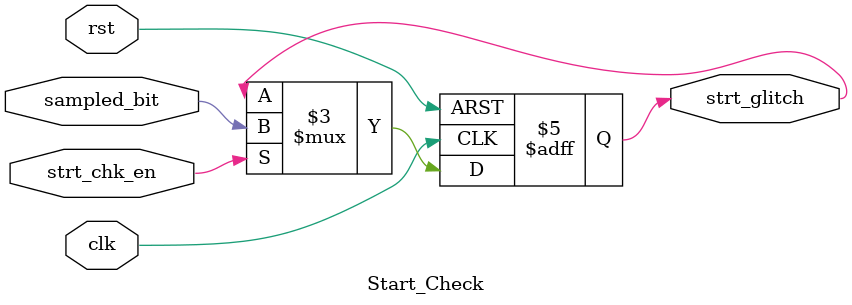
<source format=v>
module Start_Check (
    input wire sampled_bit,
    input wire strt_chk_en,
    input wire clk,rst,
    output reg strt_glitch
    );

// Sequential Always //

always @(posedge clk or negedge rst)
  begin
    if (!rst)
      begin
        strt_glitch <= 1'b0;
      end
    else if (strt_chk_en)
      begin
        strt_glitch <= sampled_bit; // If Sampled Bit 0 = No Glitch
      end
end

endmodule
</source>
